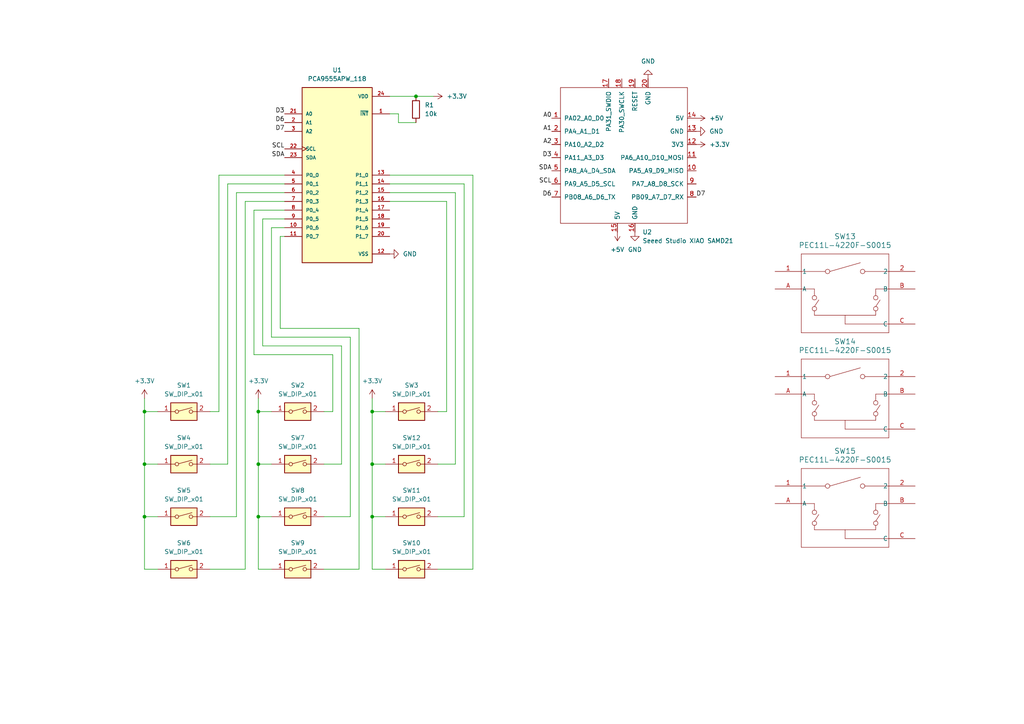
<source format=kicad_sch>
(kicad_sch (version 20230121) (generator eeschema)

  (uuid e2ea583b-be87-4a87-a606-9b00165f352c)

  (paper "A4")

  (lib_symbols
    (symbol "Device:R" (pin_numbers hide) (pin_names (offset 0)) (in_bom yes) (on_board yes)
      (property "Reference" "R" (at 2.032 0 90)
        (effects (font (size 1.27 1.27)))
      )
      (property "Value" "R" (at 0 0 90)
        (effects (font (size 1.27 1.27)))
      )
      (property "Footprint" "" (at -1.778 0 90)
        (effects (font (size 1.27 1.27)) hide)
      )
      (property "Datasheet" "~" (at 0 0 0)
        (effects (font (size 1.27 1.27)) hide)
      )
      (property "ki_keywords" "R res resistor" (at 0 0 0)
        (effects (font (size 1.27 1.27)) hide)
      )
      (property "ki_description" "Resistor" (at 0 0 0)
        (effects (font (size 1.27 1.27)) hide)
      )
      (property "ki_fp_filters" "R_*" (at 0 0 0)
        (effects (font (size 1.27 1.27)) hide)
      )
      (symbol "R_0_1"
        (rectangle (start -1.016 -2.54) (end 1.016 2.54)
          (stroke (width 0.254) (type default))
          (fill (type none))
        )
      )
      (symbol "R_1_1"
        (pin passive line (at 0 3.81 270) (length 1.27)
          (name "~" (effects (font (size 1.27 1.27))))
          (number "1" (effects (font (size 1.27 1.27))))
        )
        (pin passive line (at 0 -3.81 90) (length 1.27)
          (name "~" (effects (font (size 1.27 1.27))))
          (number "2" (effects (font (size 1.27 1.27))))
        )
      )
    )
    (symbol "PCA9555APW_118:PCA9555APW_118" (pin_names (offset 1.016)) (in_bom yes) (on_board yes)
      (property "Reference" "U" (at -10.1631 25.9159 0)
        (effects (font (size 1.27 1.27)) (justify left bottom))
      )
      (property "Value" "PCA9555APW_118" (at -10.1709 -27.9699 0)
        (effects (font (size 1.27 1.27)) (justify left bottom))
      )
      (property "Footprint" "PCA9555APW_118:SOP65P640X110-24N" (at 0 0 0)
        (effects (font (size 1.27 1.27)) (justify bottom) hide)
      )
      (property "Datasheet" "" (at 0 0 0)
        (effects (font (size 1.27 1.27)) hide)
      )
      (property "MF" "NXP USA" (at 0 0 0)
        (effects (font (size 1.27 1.27)) (justify bottom) hide)
      )
      (property "Description" "\nI/O Expander 16 I²C, SMBus 400 kHz 24-TSSOP\n" (at 0 0 0)
        (effects (font (size 1.27 1.27)) (justify bottom) hide)
      )
      (property "Package" "TSSOP-24 NXP Semiconductors" (at 0 0 0)
        (effects (font (size 1.27 1.27)) (justify bottom) hide)
      )
      (property "Price" "None" (at 0 0 0)
        (effects (font (size 1.27 1.27)) (justify bottom) hide)
      )
      (property "Check_prices" "https://www.snapeda.com/parts/PCA9555APW,118/NXP+USA+Inc./view-part/?ref=eda" (at 0 0 0)
        (effects (font (size 1.27 1.27)) (justify bottom) hide)
      )
      (property "STANDARD" "IPC 7351B" (at 0 0 0)
        (effects (font (size 1.27 1.27)) (justify bottom) hide)
      )
      (property "PARTREV" "1.1" (at 0 0 0)
        (effects (font (size 1.27 1.27)) (justify bottom) hide)
      )
      (property "SnapEDA_Link" "https://www.snapeda.com/parts/PCA9555APW,118/NXP+USA+Inc./view-part/?ref=snap" (at 0 0 0)
        (effects (font (size 1.27 1.27)) (justify bottom) hide)
      )
      (property "MP" "PCA9555APW,118" (at 0 0 0)
        (effects (font (size 1.27 1.27)) (justify bottom) hide)
      )
      (property "Purchase-URL" "https://www.snapeda.com/api/url_track_click_mouser/?unipart_id=482314&manufacturer=NXP USA&part_name=PCA9555APW,118&search_term=pca9555apw,118" (at 0 0 0)
        (effects (font (size 1.27 1.27)) (justify bottom) hide)
      )
      (property "Availability" "In Stock" (at 0 0 0)
        (effects (font (size 1.27 1.27)) (justify bottom) hide)
      )
      (property "MANUFACTURER" "NXP" (at 0 0 0)
        (effects (font (size 1.27 1.27)) (justify bottom) hide)
      )
      (symbol "PCA9555APW_118_0_0"
        (rectangle (start -10.16 -25.4) (end 10.16 25.4)
          (stroke (width 0.254) (type default))
          (fill (type background))
        )
        (pin output line (at 15.24 17.78 180) (length 5.08)
          (name "~{INT}" (effects (font (size 1.016 1.016))))
          (number "1" (effects (font (size 1.016 1.016))))
        )
        (pin bidirectional line (at -15.24 -15.24 0) (length 5.08)
          (name "P0_6" (effects (font (size 1.016 1.016))))
          (number "10" (effects (font (size 1.016 1.016))))
        )
        (pin bidirectional line (at -15.24 -17.78 0) (length 5.08)
          (name "P0_7" (effects (font (size 1.016 1.016))))
          (number "11" (effects (font (size 1.016 1.016))))
        )
        (pin power_in line (at 15.24 -22.86 180) (length 5.08)
          (name "VSS" (effects (font (size 1.016 1.016))))
          (number "12" (effects (font (size 1.016 1.016))))
        )
        (pin bidirectional line (at 15.24 0 180) (length 5.08)
          (name "P1_0" (effects (font (size 1.016 1.016))))
          (number "13" (effects (font (size 1.016 1.016))))
        )
        (pin bidirectional line (at 15.24 -2.54 180) (length 5.08)
          (name "P1_1" (effects (font (size 1.016 1.016))))
          (number "14" (effects (font (size 1.016 1.016))))
        )
        (pin bidirectional line (at 15.24 -5.08 180) (length 5.08)
          (name "P1_2" (effects (font (size 1.016 1.016))))
          (number "15" (effects (font (size 1.016 1.016))))
        )
        (pin bidirectional line (at 15.24 -7.62 180) (length 5.08)
          (name "P1_3" (effects (font (size 1.016 1.016))))
          (number "16" (effects (font (size 1.016 1.016))))
        )
        (pin bidirectional line (at 15.24 -10.16 180) (length 5.08)
          (name "P1_4" (effects (font (size 1.016 1.016))))
          (number "17" (effects (font (size 1.016 1.016))))
        )
        (pin bidirectional line (at 15.24 -12.7 180) (length 5.08)
          (name "P1_5" (effects (font (size 1.016 1.016))))
          (number "18" (effects (font (size 1.016 1.016))))
        )
        (pin bidirectional line (at 15.24 -15.24 180) (length 5.08)
          (name "P1_6" (effects (font (size 1.016 1.016))))
          (number "19" (effects (font (size 1.016 1.016))))
        )
        (pin input line (at -15.24 15.24 0) (length 5.08)
          (name "A1" (effects (font (size 1.016 1.016))))
          (number "2" (effects (font (size 1.016 1.016))))
        )
        (pin bidirectional line (at 15.24 -17.78 180) (length 5.08)
          (name "P1_7" (effects (font (size 1.016 1.016))))
          (number "20" (effects (font (size 1.016 1.016))))
        )
        (pin input line (at -15.24 17.78 0) (length 5.08)
          (name "A0" (effects (font (size 1.016 1.016))))
          (number "21" (effects (font (size 1.016 1.016))))
        )
        (pin input clock (at -15.24 7.62 0) (length 5.08)
          (name "SCL" (effects (font (size 1.016 1.016))))
          (number "22" (effects (font (size 1.016 1.016))))
        )
        (pin bidirectional line (at -15.24 5.08 0) (length 5.08)
          (name "SDA" (effects (font (size 1.016 1.016))))
          (number "23" (effects (font (size 1.016 1.016))))
        )
        (pin power_in line (at 15.24 22.86 180) (length 5.08)
          (name "VDD" (effects (font (size 1.016 1.016))))
          (number "24" (effects (font (size 1.016 1.016))))
        )
        (pin input line (at -15.24 12.7 0) (length 5.08)
          (name "A2" (effects (font (size 1.016 1.016))))
          (number "3" (effects (font (size 1.016 1.016))))
        )
        (pin bidirectional line (at -15.24 0 0) (length 5.08)
          (name "P0_0" (effects (font (size 1.016 1.016))))
          (number "4" (effects (font (size 1.016 1.016))))
        )
        (pin bidirectional line (at -15.24 -2.54 0) (length 5.08)
          (name "P0_1" (effects (font (size 1.016 1.016))))
          (number "5" (effects (font (size 1.016 1.016))))
        )
        (pin bidirectional line (at -15.24 -5.08 0) (length 5.08)
          (name "P0_2" (effects (font (size 1.016 1.016))))
          (number "6" (effects (font (size 1.016 1.016))))
        )
        (pin bidirectional line (at -15.24 -7.62 0) (length 5.08)
          (name "P0_3" (effects (font (size 1.016 1.016))))
          (number "7" (effects (font (size 1.016 1.016))))
        )
        (pin bidirectional line (at -15.24 -10.16 0) (length 5.08)
          (name "P0_4" (effects (font (size 1.016 1.016))))
          (number "8" (effects (font (size 1.016 1.016))))
        )
        (pin bidirectional line (at -15.24 -12.7 0) (length 5.08)
          (name "P0_5" (effects (font (size 1.016 1.016))))
          (number "9" (effects (font (size 1.016 1.016))))
        )
      )
    )
    (symbol "PEC11L_4220F_S0015:PEC11L-4220F-S0015" (pin_names (offset 0.254)) (in_bom yes) (on_board yes)
      (property "Reference" "SW" (at 20.32 10.16 0)
        (effects (font (size 1.524 1.524)))
      )
      (property "Value" "PEC11L-4220F-S0015" (at 20.32 7.62 0)
        (effects (font (size 1.524 1.524)))
      )
      (property "Footprint" "PEC11L-4xxxF-Sxxxx_BRN" (at 0 0 0)
        (effects (font (size 1.27 1.27) italic) hide)
      )
      (property "Datasheet" "PEC11L-4220F-S0015" (at 0 0 0)
        (effects (font (size 1.27 1.27) italic) hide)
      )
      (property "ki_locked" "" (at 0 0 0)
        (effects (font (size 1.27 1.27)))
      )
      (property "ki_keywords" "PEC11L-4220F-S0015" (at 0 0 0)
        (effects (font (size 1.27 1.27)) hide)
      )
      (property "ki_fp_filters" "PEC11L-4xxxF-Sxxxx_BRN" (at 0 0 0)
        (effects (font (size 1.27 1.27)) hide)
      )
      (symbol "PEC11L-4220F-S0015_0_1"
        (polyline
          (pts
            (xy 7.62 -17.78)
            (xy 33.02 -17.78)
          )
          (stroke (width 0.127) (type default))
          (fill (type none))
        )
        (polyline
          (pts
            (xy 7.62 -5.08)
            (xy 11.43 -5.08)
          )
          (stroke (width 0.127) (type default))
          (fill (type none))
        )
        (polyline
          (pts
            (xy 7.62 0)
            (xy 14.605 0)
          )
          (stroke (width 0.127) (type default))
          (fill (type none))
        )
        (polyline
          (pts
            (xy 7.62 5.08)
            (xy 7.62 -17.78)
          )
          (stroke (width 0.127) (type default))
          (fill (type none))
        )
        (polyline
          (pts
            (xy 11.43 -11.43)
            (xy 11.43 -12.7)
          )
          (stroke (width 0.127) (type default))
          (fill (type none))
        )
        (polyline
          (pts
            (xy 11.43 -10.16)
            (xy 12.7 -8.255)
          )
          (stroke (width 0.127) (type default))
          (fill (type none))
        )
        (polyline
          (pts
            (xy 11.43 -5.08)
            (xy 11.43 -6.985)
          )
          (stroke (width 0.127) (type default))
          (fill (type none))
        )
        (polyline
          (pts
            (xy 15.875 0)
            (xy 24.765 2.54)
          )
          (stroke (width 0.127) (type default))
          (fill (type none))
        )
        (polyline
          (pts
            (xy 20.32 -15.24)
            (xy 20.32 -12.7)
          )
          (stroke (width 0.127) (type default))
          (fill (type none))
        )
        (polyline
          (pts
            (xy 20.32 -12.7)
            (xy 11.43 -12.7)
          )
          (stroke (width 0.127) (type default))
          (fill (type none))
        )
        (polyline
          (pts
            (xy 20.32 -12.7)
            (xy 29.21 -12.7)
          )
          (stroke (width 0.127) (type default))
          (fill (type none))
        )
        (polyline
          (pts
            (xy 29.21 -11.43)
            (xy 29.21 -12.7)
          )
          (stroke (width 0.127) (type default))
          (fill (type none))
        )
        (polyline
          (pts
            (xy 29.21 -10.16)
            (xy 30.48 -8.255)
          )
          (stroke (width 0.127) (type default))
          (fill (type none))
        )
        (polyline
          (pts
            (xy 29.21 -5.08)
            (xy 29.21 -6.985)
          )
          (stroke (width 0.127) (type default))
          (fill (type none))
        )
        (polyline
          (pts
            (xy 33.02 -17.78)
            (xy 33.02 5.08)
          )
          (stroke (width 0.127) (type default))
          (fill (type none))
        )
        (polyline
          (pts
            (xy 33.02 -15.24)
            (xy 20.32 -15.24)
          )
          (stroke (width 0.127) (type default))
          (fill (type none))
        )
        (polyline
          (pts
            (xy 33.02 -5.08)
            (xy 29.21 -5.08)
          )
          (stroke (width 0.127) (type default))
          (fill (type none))
        )
        (polyline
          (pts
            (xy 33.02 0)
            (xy 26.035 0)
          )
          (stroke (width 0.127) (type default))
          (fill (type none))
        )
        (polyline
          (pts
            (xy 33.02 5.08)
            (xy 7.62 5.08)
          )
          (stroke (width 0.127) (type default))
          (fill (type none))
        )
        (circle (center 11.43 -10.795) (radius 0.635)
          (stroke (width 0.127) (type default))
          (fill (type none))
        )
        (circle (center 11.43 -7.62) (radius 0.635)
          (stroke (width 0.127) (type default))
          (fill (type none))
        )
        (circle (center 15.24 0) (radius 0.635)
          (stroke (width 0.127) (type default))
          (fill (type none))
        )
        (circle (center 25.4 0) (radius 0.635)
          (stroke (width 0.127) (type default))
          (fill (type none))
        )
        (circle (center 29.21 -10.795) (radius 0.635)
          (stroke (width 0.127) (type default))
          (fill (type none))
        )
        (circle (center 29.21 -7.62) (radius 0.635)
          (stroke (width 0.127) (type default))
          (fill (type none))
        )
        (pin unspecified line (at 0 0 0) (length 7.62)
          (name "1" (effects (font (size 1.27 1.27))))
          (number "1" (effects (font (size 1.27 1.27))))
        )
        (pin unspecified line (at 40.64 0 180) (length 7.62)
          (name "2" (effects (font (size 1.27 1.27))))
          (number "2" (effects (font (size 1.27 1.27))))
        )
        (pin unspecified line (at 0 -5.08 0) (length 7.62)
          (name "A" (effects (font (size 1.27 1.27))))
          (number "A" (effects (font (size 1.27 1.27))))
        )
        (pin unspecified line (at 40.64 -5.08 180) (length 7.62)
          (name "B" (effects (font (size 1.27 1.27))))
          (number "B" (effects (font (size 1.27 1.27))))
        )
        (pin unspecified line (at 40.64 -15.24 180) (length 7.62)
          (name "C" (effects (font (size 1.27 1.27))))
          (number "C" (effects (font (size 1.27 1.27))))
        )
      )
    )
    (symbol "Seeed_Studio_XIAO_Series:Seeed Studio XIAO SAMD21" (pin_names (offset 1.016)) (in_bom yes) (on_board yes)
      (property "Reference" "U" (at -19.05 22.86 0)
        (effects (font (size 1.27 1.27)))
      )
      (property "Value" "Seeed Studio XIAO SAMD21" (at -12.7 21.59 0)
        (effects (font (size 1.27 1.27)))
      )
      (property "Footprint" "" (at -8.89 5.08 0)
        (effects (font (size 1.27 1.27)) hide)
      )
      (property "Datasheet" "" (at -8.89 5.08 0)
        (effects (font (size 1.27 1.27)) hide)
      )
      (symbol "Seeed Studio XIAO SAMD21_0_1"
        (rectangle (start -19.05 20.32) (end 17.78 -19.05)
          (stroke (width 0) (type default))
          (fill (type none))
        )
      )
      (symbol "Seeed Studio XIAO SAMD21_1_1"
        (pin unspecified line (at -21.59 11.43 0) (length 2.54)
          (name "PA02_A0_D0" (effects (font (size 1.27 1.27))))
          (number "1" (effects (font (size 1.27 1.27))))
        )
        (pin unspecified line (at 20.32 -3.81 180) (length 2.54)
          (name "PA5_A9_D9_MISO" (effects (font (size 1.27 1.27))))
          (number "10" (effects (font (size 1.27 1.27))))
        )
        (pin unspecified line (at 20.32 0 180) (length 2.54)
          (name "PA6_A10_D10_MOSI" (effects (font (size 1.27 1.27))))
          (number "11" (effects (font (size 1.27 1.27))))
        )
        (pin unspecified line (at 20.32 3.81 180) (length 2.54)
          (name "3V3" (effects (font (size 1.27 1.27))))
          (number "12" (effects (font (size 1.27 1.27))))
        )
        (pin unspecified line (at 20.32 7.62 180) (length 2.54)
          (name "GND" (effects (font (size 1.27 1.27))))
          (number "13" (effects (font (size 1.27 1.27))))
        )
        (pin unspecified line (at 20.32 11.43 180) (length 2.54)
          (name "5V" (effects (font (size 1.27 1.27))))
          (number "14" (effects (font (size 1.27 1.27))))
        )
        (pin input line (at -2.54 -21.59 90) (length 2.54)
          (name "5V" (effects (font (size 1.27 1.27))))
          (number "15" (effects (font (size 1.27 1.27))))
        )
        (pin input line (at 2.54 -21.59 90) (length 2.54)
          (name "GND" (effects (font (size 1.27 1.27))))
          (number "16" (effects (font (size 1.27 1.27))))
        )
        (pin input line (at -5.08 22.86 270) (length 2.54)
          (name "PA31_SWDIO" (effects (font (size 1.27 1.27))))
          (number "17" (effects (font (size 1.27 1.27))))
        )
        (pin input line (at -1.27 22.86 270) (length 2.54)
          (name "PA30_SWCLK" (effects (font (size 1.27 1.27))))
          (number "18" (effects (font (size 1.27 1.27))))
        )
        (pin input line (at 2.54 22.86 270) (length 2.54)
          (name "RESET" (effects (font (size 1.27 1.27))))
          (number "19" (effects (font (size 1.27 1.27))))
        )
        (pin unspecified line (at -21.59 7.62 0) (length 2.54)
          (name "PA4_A1_D1" (effects (font (size 1.27 1.27))))
          (number "2" (effects (font (size 1.27 1.27))))
        )
        (pin input line (at 6.35 22.86 270) (length 2.54)
          (name "GND" (effects (font (size 1.27 1.27))))
          (number "20" (effects (font (size 1.27 1.27))))
        )
        (pin unspecified line (at -21.59 3.81 0) (length 2.54)
          (name "PA10_A2_D2" (effects (font (size 1.27 1.27))))
          (number "3" (effects (font (size 1.27 1.27))))
        )
        (pin unspecified line (at -21.59 0 0) (length 2.54)
          (name "PA11_A3_D3" (effects (font (size 1.27 1.27))))
          (number "4" (effects (font (size 1.27 1.27))))
        )
        (pin unspecified line (at -21.59 -3.81 0) (length 2.54)
          (name "PA8_A4_D4_SDA" (effects (font (size 1.27 1.27))))
          (number "5" (effects (font (size 1.27 1.27))))
        )
        (pin unspecified line (at -21.59 -7.62 0) (length 2.54)
          (name "PA9_A5_D5_SCL" (effects (font (size 1.27 1.27))))
          (number "6" (effects (font (size 1.27 1.27))))
        )
        (pin unspecified line (at -21.59 -11.43 0) (length 2.54)
          (name "PB08_A6_D6_TX" (effects (font (size 1.27 1.27))))
          (number "7" (effects (font (size 1.27 1.27))))
        )
        (pin unspecified line (at 20.32 -11.43 180) (length 2.54)
          (name "PB09_A7_D7_RX" (effects (font (size 1.27 1.27))))
          (number "8" (effects (font (size 1.27 1.27))))
        )
        (pin unspecified line (at 20.32 -7.62 180) (length 2.54)
          (name "PA7_A8_D8_SCK" (effects (font (size 1.27 1.27))))
          (number "9" (effects (font (size 1.27 1.27))))
        )
      )
    )
    (symbol "Switch:SW_DIP_x01" (pin_names (offset 0) hide) (in_bom yes) (on_board yes)
      (property "Reference" "SW" (at 0 3.81 0)
        (effects (font (size 1.27 1.27)))
      )
      (property "Value" "SW_DIP_x01" (at 0 -3.81 0)
        (effects (font (size 1.27 1.27)))
      )
      (property "Footprint" "" (at 0 0 0)
        (effects (font (size 1.27 1.27)) hide)
      )
      (property "Datasheet" "~" (at 0 0 0)
        (effects (font (size 1.27 1.27)) hide)
      )
      (property "ki_keywords" "dip switch" (at 0 0 0)
        (effects (font (size 1.27 1.27)) hide)
      )
      (property "ki_description" "1x DIP Switch, Single Pole Single Throw (SPST) switch, small symbol" (at 0 0 0)
        (effects (font (size 1.27 1.27)) hide)
      )
      (property "ki_fp_filters" "SW?DIP?x1*" (at 0 0 0)
        (effects (font (size 1.27 1.27)) hide)
      )
      (symbol "SW_DIP_x01_0_0"
        (circle (center -2.032 0) (radius 0.508)
          (stroke (width 0) (type default))
          (fill (type none))
        )
        (polyline
          (pts
            (xy -1.524 0.127)
            (xy 2.3622 1.1684)
          )
          (stroke (width 0) (type default))
          (fill (type none))
        )
        (circle (center 2.032 0) (radius 0.508)
          (stroke (width 0) (type default))
          (fill (type none))
        )
      )
      (symbol "SW_DIP_x01_0_1"
        (rectangle (start -3.81 2.54) (end 3.81 -2.54)
          (stroke (width 0.254) (type default))
          (fill (type background))
        )
      )
      (symbol "SW_DIP_x01_1_1"
        (pin passive line (at -7.62 0 0) (length 5.08)
          (name "~" (effects (font (size 1.27 1.27))))
          (number "1" (effects (font (size 1.27 1.27))))
        )
        (pin passive line (at 7.62 0 180) (length 5.08)
          (name "~" (effects (font (size 1.27 1.27))))
          (number "2" (effects (font (size 1.27 1.27))))
        )
      )
    )
    (symbol "power:+3.3V" (power) (pin_names (offset 0)) (in_bom yes) (on_board yes)
      (property "Reference" "#PWR" (at 0 -3.81 0)
        (effects (font (size 1.27 1.27)) hide)
      )
      (property "Value" "+3.3V" (at 0 3.556 0)
        (effects (font (size 1.27 1.27)))
      )
      (property "Footprint" "" (at 0 0 0)
        (effects (font (size 1.27 1.27)) hide)
      )
      (property "Datasheet" "" (at 0 0 0)
        (effects (font (size 1.27 1.27)) hide)
      )
      (property "ki_keywords" "global power" (at 0 0 0)
        (effects (font (size 1.27 1.27)) hide)
      )
      (property "ki_description" "Power symbol creates a global label with name \"+3.3V\"" (at 0 0 0)
        (effects (font (size 1.27 1.27)) hide)
      )
      (symbol "+3.3V_0_1"
        (polyline
          (pts
            (xy -0.762 1.27)
            (xy 0 2.54)
          )
          (stroke (width 0) (type default))
          (fill (type none))
        )
        (polyline
          (pts
            (xy 0 0)
            (xy 0 2.54)
          )
          (stroke (width 0) (type default))
          (fill (type none))
        )
        (polyline
          (pts
            (xy 0 2.54)
            (xy 0.762 1.27)
          )
          (stroke (width 0) (type default))
          (fill (type none))
        )
      )
      (symbol "+3.3V_1_1"
        (pin power_in line (at 0 0 90) (length 0) hide
          (name "+3.3V" (effects (font (size 1.27 1.27))))
          (number "1" (effects (font (size 1.27 1.27))))
        )
      )
    )
    (symbol "power:+5V" (power) (pin_names (offset 0)) (in_bom yes) (on_board yes)
      (property "Reference" "#PWR" (at 0 -3.81 0)
        (effects (font (size 1.27 1.27)) hide)
      )
      (property "Value" "+5V" (at 0 3.556 0)
        (effects (font (size 1.27 1.27)))
      )
      (property "Footprint" "" (at 0 0 0)
        (effects (font (size 1.27 1.27)) hide)
      )
      (property "Datasheet" "" (at 0 0 0)
        (effects (font (size 1.27 1.27)) hide)
      )
      (property "ki_keywords" "global power" (at 0 0 0)
        (effects (font (size 1.27 1.27)) hide)
      )
      (property "ki_description" "Power symbol creates a global label with name \"+5V\"" (at 0 0 0)
        (effects (font (size 1.27 1.27)) hide)
      )
      (symbol "+5V_0_1"
        (polyline
          (pts
            (xy -0.762 1.27)
            (xy 0 2.54)
          )
          (stroke (width 0) (type default))
          (fill (type none))
        )
        (polyline
          (pts
            (xy 0 0)
            (xy 0 2.54)
          )
          (stroke (width 0) (type default))
          (fill (type none))
        )
        (polyline
          (pts
            (xy 0 2.54)
            (xy 0.762 1.27)
          )
          (stroke (width 0) (type default))
          (fill (type none))
        )
      )
      (symbol "+5V_1_1"
        (pin power_in line (at 0 0 90) (length 0) hide
          (name "+5V" (effects (font (size 1.27 1.27))))
          (number "1" (effects (font (size 1.27 1.27))))
        )
      )
    )
    (symbol "power:GND" (power) (pin_names (offset 0)) (in_bom yes) (on_board yes)
      (property "Reference" "#PWR" (at 0 -6.35 0)
        (effects (font (size 1.27 1.27)) hide)
      )
      (property "Value" "GND" (at 0 -3.81 0)
        (effects (font (size 1.27 1.27)))
      )
      (property "Footprint" "" (at 0 0 0)
        (effects (font (size 1.27 1.27)) hide)
      )
      (property "Datasheet" "" (at 0 0 0)
        (effects (font (size 1.27 1.27)) hide)
      )
      (property "ki_keywords" "global power" (at 0 0 0)
        (effects (font (size 1.27 1.27)) hide)
      )
      (property "ki_description" "Power symbol creates a global label with name \"GND\" , ground" (at 0 0 0)
        (effects (font (size 1.27 1.27)) hide)
      )
      (symbol "GND_0_1"
        (polyline
          (pts
            (xy 0 0)
            (xy 0 -1.27)
            (xy 1.27 -1.27)
            (xy 0 -2.54)
            (xy -1.27 -1.27)
            (xy 0 -1.27)
          )
          (stroke (width 0) (type default))
          (fill (type none))
        )
      )
      (symbol "GND_1_1"
        (pin power_in line (at 0 0 270) (length 0) hide
          (name "GND" (effects (font (size 1.27 1.27))))
          (number "1" (effects (font (size 1.27 1.27))))
        )
      )
    )
  )

  (junction (at 41.91 119.38) (diameter 0) (color 0 0 0 0)
    (uuid 21f910ae-c86c-4a69-a0e0-4b63858a3582)
  )
  (junction (at 41.91 149.86) (diameter 0) (color 0 0 0 0)
    (uuid 24aed133-2f8f-4fc8-8a7d-eeaede42c23d)
  )
  (junction (at 107.95 149.86) (diameter 0) (color 0 0 0 0)
    (uuid 3a3756d9-5bef-4420-a5ca-f8359c8d5c18)
  )
  (junction (at 74.93 119.38) (diameter 0) (color 0 0 0 0)
    (uuid 63b876dc-f55d-45ec-916c-48c87d8acce8)
  )
  (junction (at 107.95 119.38) (diameter 0) (color 0 0 0 0)
    (uuid 66adc01e-f112-4cc8-b385-e235b7fef304)
  )
  (junction (at 74.93 134.62) (diameter 0) (color 0 0 0 0)
    (uuid 866caf23-1d21-4e1e-95dd-c1bbbea5fe68)
  )
  (junction (at 107.95 134.62) (diameter 0) (color 0 0 0 0)
    (uuid 86e8b686-8dac-402f-9f08-67005069e5f0)
  )
  (junction (at 120.65 27.94) (diameter 0) (color 0 0 0 0)
    (uuid d0af2464-650b-46d0-909c-7f458b27a821)
  )
  (junction (at 41.91 134.62) (diameter 0) (color 0 0 0 0)
    (uuid dee201f0-1a7d-47df-be3f-fba5292ec172)
  )
  (junction (at 74.93 149.86) (diameter 0) (color 0 0 0 0)
    (uuid ea97028c-b725-4fcd-b345-a382b422face)
  )

  (wire (pts (xy 137.16 165.1) (xy 127 165.1))
    (stroke (width 0) (type default))
    (uuid 05d05b11-7468-428e-bd1b-aed4dd60541d)
  )
  (wire (pts (xy 68.58 55.88) (xy 82.55 55.88))
    (stroke (width 0) (type default))
    (uuid 06fae4bc-c0eb-4815-8c72-8039cd20dd31)
  )
  (wire (pts (xy 107.95 134.62) (xy 107.95 149.86))
    (stroke (width 0) (type default))
    (uuid 0a88fe31-946d-4a04-bb41-b3c914e02579)
  )
  (wire (pts (xy 137.16 50.8) (xy 137.16 165.1))
    (stroke (width 0) (type default))
    (uuid 1002a040-3084-4137-87be-02bb10c73fea)
  )
  (wire (pts (xy 74.93 149.86) (xy 74.93 165.1))
    (stroke (width 0) (type default))
    (uuid 11fdfe91-11d4-4c8f-a7ab-a1844873c1a6)
  )
  (wire (pts (xy 41.91 149.86) (xy 41.91 165.1))
    (stroke (width 0) (type default))
    (uuid 16ffa473-bfbd-4719-af4d-0b3af2deea2f)
  )
  (wire (pts (xy 73.66 102.87) (xy 73.66 60.96))
    (stroke (width 0) (type default))
    (uuid 18d0c594-df10-4856-9768-494b548190c8)
  )
  (wire (pts (xy 93.98 149.86) (xy 101.6 149.86))
    (stroke (width 0) (type default))
    (uuid 1a584da9-e4ed-418a-87d3-104e9a21460f)
  )
  (wire (pts (xy 82.55 68.58) (xy 81.28 68.58))
    (stroke (width 0) (type default))
    (uuid 2351c2c6-6a44-402d-9cd9-cc988f53bd37)
  )
  (wire (pts (xy 71.12 58.42) (xy 82.55 58.42))
    (stroke (width 0) (type default))
    (uuid 23976f99-ea3e-40ad-9fd6-1642308548fb)
  )
  (wire (pts (xy 129.54 58.42) (xy 113.03 58.42))
    (stroke (width 0) (type default))
    (uuid 2631e62a-e8ff-4a9f-a722-b66d02184ccd)
  )
  (wire (pts (xy 74.93 134.62) (xy 78.74 134.62))
    (stroke (width 0) (type default))
    (uuid 2724ea56-c21a-4c39-9db6-a2e5debcb50d)
  )
  (wire (pts (xy 41.91 149.86) (xy 45.72 149.86))
    (stroke (width 0) (type default))
    (uuid 2e295aea-5b31-4341-aca3-69de2a3a5114)
  )
  (wire (pts (xy 99.06 100.33) (xy 99.06 134.62))
    (stroke (width 0) (type default))
    (uuid 30f13b08-775d-4d85-a13d-c0c1219132a7)
  )
  (wire (pts (xy 101.6 97.79) (xy 78.74 97.79))
    (stroke (width 0) (type default))
    (uuid 32ac3a54-5f8e-49f1-8eb0-392f5043c4b3)
  )
  (wire (pts (xy 60.96 165.1) (xy 71.12 165.1))
    (stroke (width 0) (type default))
    (uuid 355ae5a3-8bbf-4e02-bc40-fd0c3883e202)
  )
  (wire (pts (xy 99.06 134.62) (xy 93.98 134.62))
    (stroke (width 0) (type default))
    (uuid 3722e494-52e7-4507-afad-58437364589f)
  )
  (wire (pts (xy 134.62 53.34) (xy 113.03 53.34))
    (stroke (width 0) (type default))
    (uuid 39514831-94a7-4ecc-8777-302da22f81ac)
  )
  (wire (pts (xy 41.91 119.38) (xy 45.72 119.38))
    (stroke (width 0) (type default))
    (uuid 41e0fd6c-8dcd-4553-8636-8c404558f493)
  )
  (wire (pts (xy 74.93 119.38) (xy 78.74 119.38))
    (stroke (width 0) (type default))
    (uuid 4808387b-bac3-4c6a-a9bd-3ce4163d6dac)
  )
  (wire (pts (xy 107.95 115.57) (xy 107.95 119.38))
    (stroke (width 0) (type default))
    (uuid 4be1f47d-a1fd-4be6-9959-513833911633)
  )
  (wire (pts (xy 68.58 149.86) (xy 68.58 55.88))
    (stroke (width 0) (type default))
    (uuid 4bf57aa4-b4e7-42f4-be1a-91b510b6ca9a)
  )
  (wire (pts (xy 41.91 119.38) (xy 41.91 134.62))
    (stroke (width 0) (type default))
    (uuid 4f7718b5-2a69-4dd8-93d9-3a74f08cc9c3)
  )
  (wire (pts (xy 104.14 95.25) (xy 104.14 165.1))
    (stroke (width 0) (type default))
    (uuid 5040b484-8694-4f8e-81ec-0458ad193d47)
  )
  (wire (pts (xy 113.03 27.94) (xy 120.65 27.94))
    (stroke (width 0) (type default))
    (uuid 545bebac-47fc-4214-8bfb-412107200459)
  )
  (wire (pts (xy 63.5 50.8) (xy 82.55 50.8))
    (stroke (width 0) (type default))
    (uuid 59bed003-a8b3-4f13-930b-c57966d3d43b)
  )
  (wire (pts (xy 127 149.86) (xy 134.62 149.86))
    (stroke (width 0) (type default))
    (uuid 607bf07f-4dbf-4b21-b73e-7c8fe3c0f5e7)
  )
  (wire (pts (xy 60.96 134.62) (xy 66.04 134.62))
    (stroke (width 0) (type default))
    (uuid 67ccd1a2-3f66-4c07-90a4-8a5d10c5cc54)
  )
  (wire (pts (xy 41.91 134.62) (xy 41.91 149.86))
    (stroke (width 0) (type default))
    (uuid 68108654-bf02-4c44-9867-165c204aa5ef)
  )
  (wire (pts (xy 107.95 119.38) (xy 111.76 119.38))
    (stroke (width 0) (type default))
    (uuid 68b2b14f-a0d0-4d64-9606-2957c5ee18d7)
  )
  (wire (pts (xy 60.96 119.38) (xy 63.5 119.38))
    (stroke (width 0) (type default))
    (uuid 68be4412-048e-43e3-98f0-fd32a709ad37)
  )
  (wire (pts (xy 120.65 27.94) (xy 125.73 27.94))
    (stroke (width 0) (type default))
    (uuid 6f5f34e4-abf6-4a39-ab7a-2881a3c4a1d2)
  )
  (wire (pts (xy 78.74 97.79) (xy 78.74 66.04))
    (stroke (width 0) (type default))
    (uuid 7033388c-18a0-4745-8ef6-8d3af3be5541)
  )
  (wire (pts (xy 78.74 66.04) (xy 82.55 66.04))
    (stroke (width 0) (type default))
    (uuid 70c8049a-f19d-452d-ac8c-2598d32e5aa7)
  )
  (wire (pts (xy 107.95 119.38) (xy 107.95 134.62))
    (stroke (width 0) (type default))
    (uuid 7c1c0009-9b4b-4316-b0c9-b5928b2bf14a)
  )
  (wire (pts (xy 81.28 95.25) (xy 104.14 95.25))
    (stroke (width 0) (type default))
    (uuid 81e28691-aebe-4150-b058-06ba5d28103f)
  )
  (wire (pts (xy 113.03 50.8) (xy 137.16 50.8))
    (stroke (width 0) (type default))
    (uuid 836fa66c-4962-4a31-9f16-518e234a2529)
  )
  (wire (pts (xy 107.95 165.1) (xy 111.76 165.1))
    (stroke (width 0) (type default))
    (uuid 83f9c543-bf38-428d-92d8-95708f677554)
  )
  (wire (pts (xy 132.08 55.88) (xy 132.08 134.62))
    (stroke (width 0) (type default))
    (uuid 88c80902-673a-4508-9ca3-c6633d1233bf)
  )
  (wire (pts (xy 76.2 100.33) (xy 99.06 100.33))
    (stroke (width 0) (type default))
    (uuid 8b793c7f-e5d2-4f56-b6ef-932905ffb269)
  )
  (wire (pts (xy 96.52 119.38) (xy 96.52 102.87))
    (stroke (width 0) (type default))
    (uuid 8de2711e-2092-42ad-b3d8-66f1f9cf5a6e)
  )
  (wire (pts (xy 74.93 165.1) (xy 78.74 165.1))
    (stroke (width 0) (type default))
    (uuid 92d74b5f-6996-49cb-853d-e6f8c211794b)
  )
  (wire (pts (xy 96.52 102.87) (xy 73.66 102.87))
    (stroke (width 0) (type default))
    (uuid 946caa98-6340-440e-ac70-1cb5bdfe4a6d)
  )
  (wire (pts (xy 63.5 119.38) (xy 63.5 50.8))
    (stroke (width 0) (type default))
    (uuid 95459dbc-9e27-4e34-988f-97de6db461c1)
  )
  (wire (pts (xy 60.96 149.86) (xy 68.58 149.86))
    (stroke (width 0) (type default))
    (uuid 97bad83b-cece-41bc-920a-e900dae8e12c)
  )
  (wire (pts (xy 81.28 68.58) (xy 81.28 95.25))
    (stroke (width 0) (type default))
    (uuid 9e035fce-6d9f-40d9-a234-56de2855931d)
  )
  (wire (pts (xy 66.04 53.34) (xy 82.55 53.34))
    (stroke (width 0) (type default))
    (uuid a308ae3b-b726-48e3-aa2f-dc9e02628844)
  )
  (wire (pts (xy 41.91 134.62) (xy 45.72 134.62))
    (stroke (width 0) (type default))
    (uuid a62438fa-fb89-4cda-a8a0-755e3da93108)
  )
  (wire (pts (xy 74.93 119.38) (xy 74.93 134.62))
    (stroke (width 0) (type default))
    (uuid a64b99cd-9bec-4cbc-8ff4-a7840ecdf09e)
  )
  (wire (pts (xy 74.93 134.62) (xy 74.93 149.86))
    (stroke (width 0) (type default))
    (uuid a6d155ff-20b9-4009-9ef4-59d15589e972)
  )
  (wire (pts (xy 132.08 134.62) (xy 127 134.62))
    (stroke (width 0) (type default))
    (uuid aaec0608-bff6-4e72-8f05-cddca30cb3e6)
  )
  (wire (pts (xy 113.03 55.88) (xy 132.08 55.88))
    (stroke (width 0) (type default))
    (uuid b81bbd0d-ccc2-42c7-bf61-6c52f29c568e)
  )
  (wire (pts (xy 74.93 149.86) (xy 78.74 149.86))
    (stroke (width 0) (type default))
    (uuid b969a7cd-faee-46b5-9b23-9982dc9d1b60)
  )
  (wire (pts (xy 134.62 149.86) (xy 134.62 53.34))
    (stroke (width 0) (type default))
    (uuid b97021cb-a45a-4b7b-81e3-d6548348a014)
  )
  (wire (pts (xy 107.95 134.62) (xy 111.76 134.62))
    (stroke (width 0) (type default))
    (uuid c22f055c-c064-467a-95e4-84b123fdfb8f)
  )
  (wire (pts (xy 41.91 165.1) (xy 45.72 165.1))
    (stroke (width 0) (type default))
    (uuid ce0d47ad-fa7d-4b96-82e4-3168fbdd25dd)
  )
  (wire (pts (xy 41.91 115.57) (xy 41.91 119.38))
    (stroke (width 0) (type default))
    (uuid ced51756-463b-46c9-b708-6930679f403d)
  )
  (wire (pts (xy 93.98 119.38) (xy 96.52 119.38))
    (stroke (width 0) (type default))
    (uuid cf671c2c-f84e-4333-9928-d0affa235d4a)
  )
  (wire (pts (xy 74.93 115.57) (xy 74.93 119.38))
    (stroke (width 0) (type default))
    (uuid d165082d-beab-4ac7-a9aa-cdfecb9719c5)
  )
  (wire (pts (xy 115.57 35.56) (xy 115.57 33.02))
    (stroke (width 0) (type default))
    (uuid d29ccb23-846d-484c-b679-45753a12da7c)
  )
  (wire (pts (xy 73.66 60.96) (xy 82.55 60.96))
    (stroke (width 0) (type default))
    (uuid d3359bc2-ee57-4f9f-9aeb-50d6950ffbf0)
  )
  (wire (pts (xy 107.95 149.86) (xy 111.76 149.86))
    (stroke (width 0) (type default))
    (uuid d6c1784f-b95f-4574-8231-27ae0053f889)
  )
  (wire (pts (xy 107.95 149.86) (xy 107.95 165.1))
    (stroke (width 0) (type default))
    (uuid d7effbfa-54e5-463c-86a3-9ab3b13c0aee)
  )
  (wire (pts (xy 127 119.38) (xy 129.54 119.38))
    (stroke (width 0) (type default))
    (uuid dd27eccc-8d04-4d71-9156-63a088fe0856)
  )
  (wire (pts (xy 129.54 119.38) (xy 129.54 58.42))
    (stroke (width 0) (type default))
    (uuid e2df1b67-f029-4ecd-b965-946a86fccbb8)
  )
  (wire (pts (xy 101.6 149.86) (xy 101.6 97.79))
    (stroke (width 0) (type default))
    (uuid e45dd37d-25d9-4c52-a6e2-ea7d077bc068)
  )
  (wire (pts (xy 66.04 134.62) (xy 66.04 53.34))
    (stroke (width 0) (type default))
    (uuid e72d545d-317e-49d0-aa50-09c8ccc3f1ac)
  )
  (wire (pts (xy 82.55 63.5) (xy 76.2 63.5))
    (stroke (width 0) (type default))
    (uuid eb5b8981-6c9e-4193-8bdd-00a15f527db5)
  )
  (wire (pts (xy 115.57 33.02) (xy 113.03 33.02))
    (stroke (width 0) (type default))
    (uuid ee23fe2b-a812-417d-8acd-d5fe7f69b98e)
  )
  (wire (pts (xy 76.2 63.5) (xy 76.2 100.33))
    (stroke (width 0) (type default))
    (uuid f00439a3-3b18-4a26-a1f4-6b5a34c67ecf)
  )
  (wire (pts (xy 71.12 165.1) (xy 71.12 58.42))
    (stroke (width 0) (type default))
    (uuid f4b65b84-fff4-434f-b328-d76c1a1ae319)
  )
  (wire (pts (xy 104.14 165.1) (xy 93.98 165.1))
    (stroke (width 0) (type default))
    (uuid fd8924a9-a12f-4241-b833-5db10e0be22a)
  )
  (wire (pts (xy 115.57 35.56) (xy 120.65 35.56))
    (stroke (width 0) (type default))
    (uuid fe081b91-bb33-4dd1-991b-df3153815841)
  )

  (label "D6" (at 82.55 35.56 180) (fields_autoplaced)
    (effects (font (size 1.27 1.27)) (justify right bottom))
    (uuid 11e7e713-bace-46c6-882d-7cb33e33757f)
  )
  (label "D3" (at 160.02 45.72 180) (fields_autoplaced)
    (effects (font (size 1.27 1.27)) (justify right bottom))
    (uuid 1390640b-2668-4599-b3a7-81e4bc299bfa)
  )
  (label "A0" (at 160.02 34.29 180) (fields_autoplaced)
    (effects (font (size 1.27 1.27)) (justify right bottom))
    (uuid 195b6f16-060a-4320-91f6-e62aa7df8e53)
  )
  (label "SCL" (at 82.55 43.18 180) (fields_autoplaced)
    (effects (font (size 1.27 1.27)) (justify right bottom))
    (uuid 2bd0a9be-8042-446a-9d5a-91c0d0c3f63d)
  )
  (label "D3" (at 82.55 33.02 180) (fields_autoplaced)
    (effects (font (size 1.27 1.27)) (justify right bottom))
    (uuid 3aa262cf-624b-4f2c-99ef-bce4b928e728)
  )
  (label "D7" (at 82.55 38.1 180) (fields_autoplaced)
    (effects (font (size 1.27 1.27)) (justify right bottom))
    (uuid 7f9ef8ad-0e65-4c56-88e9-dd6b66716d28)
  )
  (label "D6" (at 160.02 57.15 180) (fields_autoplaced)
    (effects (font (size 1.27 1.27)) (justify right bottom))
    (uuid 8508ce6b-5a4d-4c31-bc38-64a1aabe700d)
  )
  (label "SCL" (at 160.02 53.34 180) (fields_autoplaced)
    (effects (font (size 1.27 1.27)) (justify right bottom))
    (uuid b5ff8f52-9b5e-40a6-9aba-371e436dfdd6)
  )
  (label "A2" (at 160.02 41.91 180) (fields_autoplaced)
    (effects (font (size 1.27 1.27)) (justify right bottom))
    (uuid bfa430ec-36ac-4782-b613-e4dc977a9d45)
  )
  (label "A1" (at 160.02 38.1 180) (fields_autoplaced)
    (effects (font (size 1.27 1.27)) (justify right bottom))
    (uuid c532e81e-8392-40ea-a2b4-e9ccb831b68a)
  )
  (label "D7" (at 201.93 57.15 0) (fields_autoplaced)
    (effects (font (size 1.27 1.27)) (justify left bottom))
    (uuid cf7af44d-b4d0-4004-b0d0-6fd8f0f67ca2)
  )
  (label "SDA" (at 160.02 49.53 180) (fields_autoplaced)
    (effects (font (size 1.27 1.27)) (justify right bottom))
    (uuid e4cc2d64-5e2b-4ddc-a149-26f4b70b4293)
  )
  (label "SDA" (at 82.55 45.72 180) (fields_autoplaced)
    (effects (font (size 1.27 1.27)) (justify right bottom))
    (uuid edb33559-473d-41ff-877d-b4803a6260c3)
  )

  (symbol (lib_id "Switch:SW_DIP_x01") (at 119.38 165.1 0) (unit 1)
    (in_bom yes) (on_board yes) (dnp no) (fields_autoplaced)
    (uuid 003c188a-093c-4f6f-99df-31d4009bbc17)
    (property "Reference" "SW10" (at 119.38 157.48 0)
      (effects (font (size 1.27 1.27)))
    )
    (property "Value" "SW_DIP_x01" (at 119.38 160.02 0)
      (effects (font (size 1.27 1.27)))
    )
    (property "Footprint" "" (at 119.38 165.1 0)
      (effects (font (size 1.27 1.27)) hide)
    )
    (property "Datasheet" "~" (at 119.38 165.1 0)
      (effects (font (size 1.27 1.27)) hide)
    )
    (pin "1" (uuid c418c632-1ee6-4390-ac84-631caa581572))
    (pin "2" (uuid 8ebe61d4-e450-4e59-ac02-00183ccd2f53))
    (instances
      (project "MacroPad-V1"
        (path "/e2ea583b-be87-4a87-a606-9b00165f352c"
          (reference "SW10") (unit 1)
        )
      )
    )
  )

  (symbol (lib_id "power:+3.3V") (at 107.95 115.57 0) (unit 1)
    (in_bom yes) (on_board yes) (dnp no) (fields_autoplaced)
    (uuid 00453386-5412-4901-a51b-b58daf34e751)
    (property "Reference" "#PWR011" (at 107.95 119.38 0)
      (effects (font (size 1.27 1.27)) hide)
    )
    (property "Value" "+3.3V" (at 107.95 110.49 0)
      (effects (font (size 1.27 1.27)))
    )
    (property "Footprint" "" (at 107.95 115.57 0)
      (effects (font (size 1.27 1.27)) hide)
    )
    (property "Datasheet" "" (at 107.95 115.57 0)
      (effects (font (size 1.27 1.27)) hide)
    )
    (pin "1" (uuid 92987073-ca62-4702-92f5-f3ef7f2478d2))
    (instances
      (project "MacroPad-V1"
        (path "/e2ea583b-be87-4a87-a606-9b00165f352c"
          (reference "#PWR011") (unit 1)
        )
      )
    )
  )

  (symbol (lib_id "Switch:SW_DIP_x01") (at 86.36 119.38 0) (unit 1)
    (in_bom yes) (on_board yes) (dnp no) (fields_autoplaced)
    (uuid 119672ee-7531-4d61-8612-b0284b882372)
    (property "Reference" "SW2" (at 86.36 111.76 0)
      (effects (font (size 1.27 1.27)))
    )
    (property "Value" "SW_DIP_x01" (at 86.36 114.3 0)
      (effects (font (size 1.27 1.27)))
    )
    (property "Footprint" "" (at 86.36 119.38 0)
      (effects (font (size 1.27 1.27)) hide)
    )
    (property "Datasheet" "~" (at 86.36 119.38 0)
      (effects (font (size 1.27 1.27)) hide)
    )
    (pin "1" (uuid 463edef8-7d0a-4acd-ab17-fd80580c80bf))
    (pin "2" (uuid 7d93ecf7-bc9d-4153-8f30-6bff4a8906e1))
    (instances
      (project "MacroPad-V1"
        (path "/e2ea583b-be87-4a87-a606-9b00165f352c"
          (reference "SW2") (unit 1)
        )
      )
    )
  )

  (symbol (lib_id "PEC11L_4220F_S0015:PEC11L-4220F-S0015") (at 224.79 78.74 0) (unit 1)
    (in_bom yes) (on_board yes) (dnp no) (fields_autoplaced)
    (uuid 1d50914e-bbb6-4f52-8da6-f1f97d3f273e)
    (property "Reference" "SW13" (at 245.11 68.58 0)
      (effects (font (size 1.524 1.524)))
    )
    (property "Value" "PEC11L-4220F-S0015" (at 245.11 71.12 0)
      (effects (font (size 1.524 1.524)))
    )
    (property "Footprint" "PEC11L-4xxxF-Sxxxx_BRN" (at 224.79 78.74 0)
      (effects (font (size 1.27 1.27) italic) hide)
    )
    (property "Datasheet" "PEC11L-4220F-S0015" (at 224.79 78.74 0)
      (effects (font (size 1.27 1.27) italic) hide)
    )
    (pin "1" (uuid 406b9eac-1693-4229-b6c4-ee1dc6f0faf8))
    (pin "2" (uuid a8a8dc8a-db06-4be1-b3d1-06bcc88c25f5))
    (pin "A" (uuid fe2b1cfb-6ff2-4fdc-a9bb-c65a6c559721))
    (pin "B" (uuid 33d05f09-5562-45bb-82e3-aefe862f9709))
    (pin "C" (uuid 1708ed52-6d56-44ec-badd-d01fa583778b))
    (instances
      (project "MacroPad-V1"
        (path "/e2ea583b-be87-4a87-a606-9b00165f352c"
          (reference "SW13") (unit 1)
        )
      )
    )
  )

  (symbol (lib_id "power:+5V") (at 179.07 67.31 180) (unit 1)
    (in_bom yes) (on_board yes) (dnp no) (fields_autoplaced)
    (uuid 25555eac-1192-4cf4-9ba0-1614d94d963f)
    (property "Reference" "#PWR01" (at 179.07 63.5 0)
      (effects (font (size 1.27 1.27)) hide)
    )
    (property "Value" "+5V" (at 179.07 72.39 0)
      (effects (font (size 1.27 1.27)))
    )
    (property "Footprint" "" (at 179.07 67.31 0)
      (effects (font (size 1.27 1.27)) hide)
    )
    (property "Datasheet" "" (at 179.07 67.31 0)
      (effects (font (size 1.27 1.27)) hide)
    )
    (pin "1" (uuid 8d88de70-a60a-4958-b7eb-c91db961ec6e))
    (instances
      (project "MacroPad-V1"
        (path "/e2ea583b-be87-4a87-a606-9b00165f352c"
          (reference "#PWR01") (unit 1)
        )
      )
    )
  )

  (symbol (lib_id "PCA9555APW_118:PCA9555APW_118") (at 97.79 50.8 0) (unit 1)
    (in_bom yes) (on_board yes) (dnp no) (fields_autoplaced)
    (uuid 2d53a2c1-5d33-4469-9242-30341682e26a)
    (property "Reference" "U1" (at 97.79 20.32 0)
      (effects (font (size 1.27 1.27)))
    )
    (property "Value" "PCA9555APW_118" (at 97.79 22.86 0)
      (effects (font (size 1.27 1.27)))
    )
    (property "Footprint" "PCA9555APW_118:SOP65P640X110-24N" (at 97.79 50.8 0)
      (effects (font (size 1.27 1.27)) (justify bottom) hide)
    )
    (property "Datasheet" "" (at 97.79 50.8 0)
      (effects (font (size 1.27 1.27)) hide)
    )
    (property "MF" "NXP USA" (at 97.79 50.8 0)
      (effects (font (size 1.27 1.27)) (justify bottom) hide)
    )
    (property "Description" "\nI/O Expander 16 I²C, SMBus 400 kHz 24-TSSOP\n" (at 97.79 50.8 0)
      (effects (font (size 1.27 1.27)) (justify bottom) hide)
    )
    (property "Package" "TSSOP-24 NXP Semiconductors" (at 97.79 50.8 0)
      (effects (font (size 1.27 1.27)) (justify bottom) hide)
    )
    (property "Price" "None" (at 97.79 50.8 0)
      (effects (font (size 1.27 1.27)) (justify bottom) hide)
    )
    (property "Check_prices" "https://www.snapeda.com/parts/PCA9555APW,118/NXP+USA+Inc./view-part/?ref=eda" (at 97.79 50.8 0)
      (effects (font (size 1.27 1.27)) (justify bottom) hide)
    )
    (property "STANDARD" "IPC 7351B" (at 97.79 50.8 0)
      (effects (font (size 1.27 1.27)) (justify bottom) hide)
    )
    (property "PARTREV" "1.1" (at 97.79 50.8 0)
      (effects (font (size 1.27 1.27)) (justify bottom) hide)
    )
    (property "SnapEDA_Link" "https://www.snapeda.com/parts/PCA9555APW,118/NXP+USA+Inc./view-part/?ref=snap" (at 97.79 50.8 0)
      (effects (font (size 1.27 1.27)) (justify bottom) hide)
    )
    (property "MP" "PCA9555APW,118" (at 97.79 50.8 0)
      (effects (font (size 1.27 1.27)) (justify bottom) hide)
    )
    (property "Purchase-URL" "https://www.snapeda.com/api/url_track_click_mouser/?unipart_id=482314&manufacturer=NXP USA&part_name=PCA9555APW,118&search_term=pca9555apw,118" (at 97.79 50.8 0)
      (effects (font (size 1.27 1.27)) (justify bottom) hide)
    )
    (property "Availability" "In Stock" (at 97.79 50.8 0)
      (effects (font (size 1.27 1.27)) (justify bottom) hide)
    )
    (property "MANUFACTURER" "NXP" (at 97.79 50.8 0)
      (effects (font (size 1.27 1.27)) (justify bottom) hide)
    )
    (pin "1" (uuid 3ab64ef1-0f79-477d-ba7d-b8f05a221661))
    (pin "10" (uuid 4c071a0f-2839-46dd-84f1-a5dc719d4b8c))
    (pin "11" (uuid 3e9181fb-0cc8-4f15-abe7-d3589b1f4c19))
    (pin "12" (uuid bef35abd-3af3-4937-9aef-3c32c6e10a30))
    (pin "13" (uuid c80f8940-4564-43dc-80e3-f5bf76b2602e))
    (pin "14" (uuid 0638e474-4c92-4493-b1a2-790a1880000f))
    (pin "15" (uuid b0e6488c-8ed2-4ec4-a749-e50455b25f32))
    (pin "16" (uuid 92dbb255-c6ea-4e91-8e51-73b57fad3993))
    (pin "17" (uuid a691a5fb-924e-4fc2-9041-fc1c3421c0b6))
    (pin "18" (uuid dd57eec2-6934-448c-9941-9622040a2c80))
    (pin "19" (uuid 0b25b9d0-6704-40c8-8310-bb45d471eaf4))
    (pin "2" (uuid ee3c34be-e863-4dea-8ed7-8786589af228))
    (pin "20" (uuid 5cca8108-b138-4793-93e4-d1d14421fcde))
    (pin "21" (uuid 3ecae7ef-2f80-4efb-8459-bf0f92cfc80e))
    (pin "22" (uuid 4ba8dcfa-edcb-4e2b-9d17-3551451a5b94))
    (pin "23" (uuid 2766a2f2-1a28-4d72-86f8-9ee7852e9978))
    (pin "24" (uuid ef3f862d-0330-4590-9899-81cd8c4b6461))
    (pin "3" (uuid 464ee28d-907e-47f6-b6c2-7956eaf1c16f))
    (pin "4" (uuid 628eceb4-7bac-46d5-a9d5-5ffac4eea934))
    (pin "5" (uuid 0f5f9f66-424a-4bb3-9d2c-b8364badf41e))
    (pin "6" (uuid 9788997c-c472-4d6a-9059-48a0c2a66be8))
    (pin "7" (uuid c11c4e3f-f37b-4798-ab8d-48ba69fe8959))
    (pin "8" (uuid 14ddc3fb-811e-49ea-9bf2-da44ce82206f))
    (pin "9" (uuid deb81ded-956f-4e42-a53f-56bcf5bf4fc0))
    (instances
      (project "MacroPad-V1"
        (path "/e2ea583b-be87-4a87-a606-9b00165f352c"
          (reference "U1") (unit 1)
        )
      )
    )
  )

  (symbol (lib_id "power:+5V") (at 201.93 34.29 270) (unit 1)
    (in_bom yes) (on_board yes) (dnp no) (fields_autoplaced)
    (uuid 30fa19d4-1d35-4599-8980-c4c2554b881b)
    (property "Reference" "#PWR02" (at 198.12 34.29 0)
      (effects (font (size 1.27 1.27)) hide)
    )
    (property "Value" "+5V" (at 205.74 34.29 90)
      (effects (font (size 1.27 1.27)) (justify left))
    )
    (property "Footprint" "" (at 201.93 34.29 0)
      (effects (font (size 1.27 1.27)) hide)
    )
    (property "Datasheet" "" (at 201.93 34.29 0)
      (effects (font (size 1.27 1.27)) hide)
    )
    (pin "1" (uuid d66f76b2-08f0-48c1-95cd-d72955ea38ad))
    (instances
      (project "MacroPad-V1"
        (path "/e2ea583b-be87-4a87-a606-9b00165f352c"
          (reference "#PWR02") (unit 1)
        )
      )
    )
  )

  (symbol (lib_id "power:GND") (at 187.96 22.86 180) (unit 1)
    (in_bom yes) (on_board yes) (dnp no) (fields_autoplaced)
    (uuid 3f5959ec-0ead-453f-abc1-c460dc364b4f)
    (property "Reference" "#PWR06" (at 187.96 16.51 0)
      (effects (font (size 1.27 1.27)) hide)
    )
    (property "Value" "GND" (at 187.96 17.78 0)
      (effects (font (size 1.27 1.27)))
    )
    (property "Footprint" "" (at 187.96 22.86 0)
      (effects (font (size 1.27 1.27)) hide)
    )
    (property "Datasheet" "" (at 187.96 22.86 0)
      (effects (font (size 1.27 1.27)) hide)
    )
    (pin "1" (uuid 9bfef1a1-5348-4952-a7c1-7445c696d5c6))
    (instances
      (project "MacroPad-V1"
        (path "/e2ea583b-be87-4a87-a606-9b00165f352c"
          (reference "#PWR06") (unit 1)
        )
      )
    )
  )

  (symbol (lib_id "Switch:SW_DIP_x01") (at 53.34 165.1 0) (unit 1)
    (in_bom yes) (on_board yes) (dnp no) (fields_autoplaced)
    (uuid 4873c2c1-e404-4f6b-85ea-6c46da86ae12)
    (property "Reference" "SW6" (at 53.34 157.48 0)
      (effects (font (size 1.27 1.27)))
    )
    (property "Value" "SW_DIP_x01" (at 53.34 160.02 0)
      (effects (font (size 1.27 1.27)))
    )
    (property "Footprint" "" (at 53.34 165.1 0)
      (effects (font (size 1.27 1.27)) hide)
    )
    (property "Datasheet" "~" (at 53.34 165.1 0)
      (effects (font (size 1.27 1.27)) hide)
    )
    (pin "1" (uuid 48ccb089-0873-45d1-ad44-cbb3aa5233a7))
    (pin "2" (uuid 2a106424-a841-4a48-90e1-b684eef43610))
    (instances
      (project "MacroPad-V1"
        (path "/e2ea583b-be87-4a87-a606-9b00165f352c"
          (reference "SW6") (unit 1)
        )
      )
    )
  )

  (symbol (lib_id "PEC11L_4220F_S0015:PEC11L-4220F-S0015") (at 224.79 140.97 0) (unit 1)
    (in_bom yes) (on_board yes) (dnp no) (fields_autoplaced)
    (uuid 49c4f307-4811-4cd0-aa50-bb5f80961536)
    (property "Reference" "SW15" (at 245.11 130.81 0)
      (effects (font (size 1.524 1.524)))
    )
    (property "Value" "PEC11L-4220F-S0015" (at 245.11 133.35 0)
      (effects (font (size 1.524 1.524)))
    )
    (property "Footprint" "PEC11L-4xxxF-Sxxxx_BRN" (at 224.79 140.97 0)
      (effects (font (size 1.27 1.27) italic) hide)
    )
    (property "Datasheet" "PEC11L-4220F-S0015" (at 224.79 140.97 0)
      (effects (font (size 1.27 1.27) italic) hide)
    )
    (pin "1" (uuid 77042b32-9470-4276-9ebf-a97a28734cff))
    (pin "2" (uuid 6c6970a5-561c-468d-8c64-db9eafbe4f01))
    (pin "A" (uuid d4c53e62-a79d-4f80-abe9-830f3c7f4344))
    (pin "B" (uuid 668588eb-03bb-41ef-b472-d0d4fd082cfd))
    (pin "C" (uuid 4f830566-7354-4beb-84c1-4deed8be66e9))
    (instances
      (project "MacroPad-V1"
        (path "/e2ea583b-be87-4a87-a606-9b00165f352c"
          (reference "SW15") (unit 1)
        )
      )
    )
  )

  (symbol (lib_id "Switch:SW_DIP_x01") (at 119.38 119.38 0) (unit 1)
    (in_bom yes) (on_board yes) (dnp no) (fields_autoplaced)
    (uuid 4c98d12e-09d8-4f03-8746-9d7d0b617759)
    (property "Reference" "SW3" (at 119.38 111.76 0)
      (effects (font (size 1.27 1.27)))
    )
    (property "Value" "SW_DIP_x01" (at 119.38 114.3 0)
      (effects (font (size 1.27 1.27)))
    )
    (property "Footprint" "" (at 119.38 119.38 0)
      (effects (font (size 1.27 1.27)) hide)
    )
    (property "Datasheet" "~" (at 119.38 119.38 0)
      (effects (font (size 1.27 1.27)) hide)
    )
    (pin "1" (uuid ae2b3f4b-9cb6-4c53-adb8-064d11e19c6b))
    (pin "2" (uuid c9962250-d5d5-4149-84eb-9fdbc8cd6650))
    (instances
      (project "MacroPad-V1"
        (path "/e2ea583b-be87-4a87-a606-9b00165f352c"
          (reference "SW3") (unit 1)
        )
      )
    )
  )

  (symbol (lib_id "power:+3.3V") (at 74.93 115.57 0) (unit 1)
    (in_bom yes) (on_board yes) (dnp no) (fields_autoplaced)
    (uuid 55b6d571-cfe0-40c7-960e-3651eb8b0c5b)
    (property "Reference" "#PWR010" (at 74.93 119.38 0)
      (effects (font (size 1.27 1.27)) hide)
    )
    (property "Value" "+3.3V" (at 74.93 110.49 0)
      (effects (font (size 1.27 1.27)))
    )
    (property "Footprint" "" (at 74.93 115.57 0)
      (effects (font (size 1.27 1.27)) hide)
    )
    (property "Datasheet" "" (at 74.93 115.57 0)
      (effects (font (size 1.27 1.27)) hide)
    )
    (pin "1" (uuid 6a60a7a1-06ca-424a-9e61-28f3692319ef))
    (instances
      (project "MacroPad-V1"
        (path "/e2ea583b-be87-4a87-a606-9b00165f352c"
          (reference "#PWR010") (unit 1)
        )
      )
    )
  )

  (symbol (lib_id "power:GND") (at 113.03 73.66 90) (unit 1)
    (in_bom yes) (on_board yes) (dnp no) (fields_autoplaced)
    (uuid 5635174f-a262-4b72-9144-c7d746ddc388)
    (property "Reference" "#PWR08" (at 119.38 73.66 0)
      (effects (font (size 1.27 1.27)) hide)
    )
    (property "Value" "GND" (at 116.84 73.66 90)
      (effects (font (size 1.27 1.27)) (justify right))
    )
    (property "Footprint" "" (at 113.03 73.66 0)
      (effects (font (size 1.27 1.27)) hide)
    )
    (property "Datasheet" "" (at 113.03 73.66 0)
      (effects (font (size 1.27 1.27)) hide)
    )
    (pin "1" (uuid 72124765-7654-441f-b795-57d1375c78a5))
    (instances
      (project "MacroPad-V1"
        (path "/e2ea583b-be87-4a87-a606-9b00165f352c"
          (reference "#PWR08") (unit 1)
        )
      )
    )
  )

  (symbol (lib_id "power:GND") (at 184.15 67.31 0) (unit 1)
    (in_bom yes) (on_board yes) (dnp no) (fields_autoplaced)
    (uuid 5cc1e7b8-6a8d-4e66-8fe9-a2f0ba5ff331)
    (property "Reference" "#PWR05" (at 184.15 73.66 0)
      (effects (font (size 1.27 1.27)) hide)
    )
    (property "Value" "GND" (at 184.15 72.39 0)
      (effects (font (size 1.27 1.27)))
    )
    (property "Footprint" "" (at 184.15 67.31 0)
      (effects (font (size 1.27 1.27)) hide)
    )
    (property "Datasheet" "" (at 184.15 67.31 0)
      (effects (font (size 1.27 1.27)) hide)
    )
    (pin "1" (uuid 4a846236-be86-4047-894c-78b87969aadd))
    (instances
      (project "MacroPad-V1"
        (path "/e2ea583b-be87-4a87-a606-9b00165f352c"
          (reference "#PWR05") (unit 1)
        )
      )
    )
  )

  (symbol (lib_id "Seeed_Studio_XIAO_Series:Seeed Studio XIAO SAMD21") (at 181.61 45.72 0) (unit 1)
    (in_bom yes) (on_board yes) (dnp no) (fields_autoplaced)
    (uuid 65f1599b-6fe1-4b00-b9ea-fb2004bdfdc6)
    (property "Reference" "U2" (at 186.3441 67.31 0)
      (effects (font (size 1.27 1.27)) (justify left))
    )
    (property "Value" "Seeed Studio XIAO SAMD21" (at 186.3441 69.85 0)
      (effects (font (size 1.27 1.27)) (justify left))
    )
    (property "Footprint" "" (at 172.72 40.64 0)
      (effects (font (size 1.27 1.27)) hide)
    )
    (property "Datasheet" "" (at 172.72 40.64 0)
      (effects (font (size 1.27 1.27)) hide)
    )
    (pin "1" (uuid b11def24-bc5c-461f-8919-26b09f7288cd))
    (pin "10" (uuid 2abd5fd6-823a-4564-ac4a-63006eb2245b))
    (pin "11" (uuid 351feca8-8e68-4f40-ad95-28b2a15be64f))
    (pin "12" (uuid f628344e-5296-42dd-bc4c-d6ccd617b6a8))
    (pin "13" (uuid f209cab1-1ddc-4221-affc-04a1bf5e6d4d))
    (pin "14" (uuid 289c6efe-0df6-409c-a3ca-87fd0838112a))
    (pin "15" (uuid 3783b7f7-eef7-41c8-9d0a-615a14c940f7))
    (pin "16" (uuid 9d307ae9-4293-4d77-97b3-c9d5233f9fbd))
    (pin "17" (uuid ae4c34e6-d160-4d2f-93bf-0bd9171a2eb7))
    (pin "18" (uuid ab6f661a-75ad-4d5a-8e83-bb37c58459d6))
    (pin "19" (uuid 0680160c-e7b6-4c80-8a77-11c054c9983e))
    (pin "2" (uuid 6e1f004a-8ff6-42fd-86d7-3892399f2463))
    (pin "20" (uuid a1fdc453-e176-41f6-b253-f119bb30bedc))
    (pin "3" (uuid 883b834a-a9b5-4b60-a7af-94f088447149))
    (pin "4" (uuid 5e0a01bb-bfe5-4fb6-8912-587e476a2320))
    (pin "5" (uuid 58106893-cb39-4e29-bb26-3d91d0a01f29))
    (pin "6" (uuid 0ca9679a-8e78-482e-831d-3914f5ec2899))
    (pin "7" (uuid 2a143e10-6945-4f71-a6c4-cd7ee84c0dae))
    (pin "8" (uuid f9840277-44b4-4193-9287-102f0479e3f7))
    (pin "9" (uuid 1dae08e7-9f01-4eb6-9048-efc4448d39e8))
    (instances
      (project "MacroPad-V1"
        (path "/e2ea583b-be87-4a87-a606-9b00165f352c"
          (reference "U2") (unit 1)
        )
      )
    )
  )

  (symbol (lib_id "power:+3.3V") (at 41.91 115.57 0) (unit 1)
    (in_bom yes) (on_board yes) (dnp no) (fields_autoplaced)
    (uuid 682bc1b0-ae68-4550-8a8a-e6ba253a0e57)
    (property "Reference" "#PWR03" (at 41.91 119.38 0)
      (effects (font (size 1.27 1.27)) hide)
    )
    (property "Value" "+3.3V" (at 41.91 110.49 0)
      (effects (font (size 1.27 1.27)))
    )
    (property "Footprint" "" (at 41.91 115.57 0)
      (effects (font (size 1.27 1.27)) hide)
    )
    (property "Datasheet" "" (at 41.91 115.57 0)
      (effects (font (size 1.27 1.27)) hide)
    )
    (pin "1" (uuid 2b7fb3c4-1c7d-40da-bddb-95c23d40c6a8))
    (instances
      (project "MacroPad-V1"
        (path "/e2ea583b-be87-4a87-a606-9b00165f352c"
          (reference "#PWR03") (unit 1)
        )
      )
    )
  )

  (symbol (lib_id "Switch:SW_DIP_x01") (at 86.36 149.86 0) (unit 1)
    (in_bom yes) (on_board yes) (dnp no) (fields_autoplaced)
    (uuid 70095c7f-e052-45a3-9161-749f504a1437)
    (property "Reference" "SW8" (at 86.36 142.24 0)
      (effects (font (size 1.27 1.27)))
    )
    (property "Value" "SW_DIP_x01" (at 86.36 144.78 0)
      (effects (font (size 1.27 1.27)))
    )
    (property "Footprint" "" (at 86.36 149.86 0)
      (effects (font (size 1.27 1.27)) hide)
    )
    (property "Datasheet" "~" (at 86.36 149.86 0)
      (effects (font (size 1.27 1.27)) hide)
    )
    (pin "1" (uuid 511ef066-07e6-4eef-bab9-70c9ef8eec17))
    (pin "2" (uuid 262315c5-b54d-4446-89b3-b5caa474c027))
    (instances
      (project "MacroPad-V1"
        (path "/e2ea583b-be87-4a87-a606-9b00165f352c"
          (reference "SW8") (unit 1)
        )
      )
    )
  )

  (symbol (lib_id "Device:R") (at 120.65 31.75 0) (unit 1)
    (in_bom yes) (on_board yes) (dnp no) (fields_autoplaced)
    (uuid 7d7dd5e3-1a9a-4f33-b835-bf10c8816e39)
    (property "Reference" "R1" (at 123.19 30.48 0)
      (effects (font (size 1.27 1.27)) (justify left))
    )
    (property "Value" "10k" (at 123.19 33.02 0)
      (effects (font (size 1.27 1.27)) (justify left))
    )
    (property "Footprint" "" (at 118.872 31.75 90)
      (effects (font (size 1.27 1.27)) hide)
    )
    (property "Datasheet" "~" (at 120.65 31.75 0)
      (effects (font (size 1.27 1.27)) hide)
    )
    (pin "1" (uuid 70c4b99b-e204-4881-9333-56113f352e84))
    (pin "2" (uuid 346c3666-42b5-42f7-8406-6ed9adb80986))
    (instances
      (project "MacroPad-V1"
        (path "/e2ea583b-be87-4a87-a606-9b00165f352c"
          (reference "R1") (unit 1)
        )
      )
    )
  )

  (symbol (lib_id "Switch:SW_DIP_x01") (at 86.36 165.1 0) (unit 1)
    (in_bom yes) (on_board yes) (dnp no) (fields_autoplaced)
    (uuid 7dddbd5c-5cb6-41d2-b9ef-48c993857cbe)
    (property "Reference" "SW9" (at 86.36 157.48 0)
      (effects (font (size 1.27 1.27)))
    )
    (property "Value" "SW_DIP_x01" (at 86.36 160.02 0)
      (effects (font (size 1.27 1.27)))
    )
    (property "Footprint" "" (at 86.36 165.1 0)
      (effects (font (size 1.27 1.27)) hide)
    )
    (property "Datasheet" "~" (at 86.36 165.1 0)
      (effects (font (size 1.27 1.27)) hide)
    )
    (pin "1" (uuid 1995eedc-d288-4cf0-bb04-f82429b4997d))
    (pin "2" (uuid 9e7685da-1d74-4153-a457-382458c1efee))
    (instances
      (project "MacroPad-V1"
        (path "/e2ea583b-be87-4a87-a606-9b00165f352c"
          (reference "SW9") (unit 1)
        )
      )
    )
  )

  (symbol (lib_id "Switch:SW_DIP_x01") (at 53.34 119.38 0) (unit 1)
    (in_bom yes) (on_board yes) (dnp no) (fields_autoplaced)
    (uuid 80b7ad67-4325-4bbb-b503-b3e7e6c88a3a)
    (property "Reference" "SW1" (at 53.34 111.76 0)
      (effects (font (size 1.27 1.27)))
    )
    (property "Value" "SW_DIP_x01" (at 53.34 114.3 0)
      (effects (font (size 1.27 1.27)))
    )
    (property "Footprint" "" (at 53.34 119.38 0)
      (effects (font (size 1.27 1.27)) hide)
    )
    (property "Datasheet" "~" (at 53.34 119.38 0)
      (effects (font (size 1.27 1.27)) hide)
    )
    (pin "1" (uuid c5badd0e-f447-4ed3-bb0d-a1de6d218a4f))
    (pin "2" (uuid f5070b7b-d0ac-434c-9961-57946a24b8b7))
    (instances
      (project "MacroPad-V1"
        (path "/e2ea583b-be87-4a87-a606-9b00165f352c"
          (reference "SW1") (unit 1)
        )
      )
    )
  )

  (symbol (lib_id "PEC11L_4220F_S0015:PEC11L-4220F-S0015") (at 224.79 109.22 0) (unit 1)
    (in_bom yes) (on_board yes) (dnp no) (fields_autoplaced)
    (uuid 9f57f633-ebbc-473b-bdff-74d6c4aff105)
    (property "Reference" "SW14" (at 245.11 99.06 0)
      (effects (font (size 1.524 1.524)))
    )
    (property "Value" "PEC11L-4220F-S0015" (at 245.11 101.6 0)
      (effects (font (size 1.524 1.524)))
    )
    (property "Footprint" "PEC11L-4xxxF-Sxxxx_BRN" (at 224.79 109.22 0)
      (effects (font (size 1.27 1.27) italic) hide)
    )
    (property "Datasheet" "PEC11L-4220F-S0015" (at 224.79 109.22 0)
      (effects (font (size 1.27 1.27) italic) hide)
    )
    (pin "1" (uuid cd179566-9562-4685-97a0-e076d3f7dde2))
    (pin "2" (uuid 8dde8362-57b7-4c9f-89ca-ce0e4bb82ece))
    (pin "A" (uuid 1b3b90cb-b006-461c-8798-7c585bef52f5))
    (pin "B" (uuid a8f46e7c-6f28-41e7-b3bf-8b2d2fe82b43))
    (pin "C" (uuid 7ddafe87-a1ec-4460-afaf-de09f05d26e3))
    (instances
      (project "MacroPad-V1"
        (path "/e2ea583b-be87-4a87-a606-9b00165f352c"
          (reference "SW14") (unit 1)
        )
      )
    )
  )

  (symbol (lib_id "power:+3.3V") (at 201.93 41.91 270) (unit 1)
    (in_bom yes) (on_board yes) (dnp no) (fields_autoplaced)
    (uuid a0bd9b79-7c5d-4beb-99b2-78184acb4c47)
    (property "Reference" "#PWR07" (at 198.12 41.91 0)
      (effects (font (size 1.27 1.27)) hide)
    )
    (property "Value" "+3.3V" (at 205.74 41.91 90)
      (effects (font (size 1.27 1.27)) (justify left))
    )
    (property "Footprint" "" (at 201.93 41.91 0)
      (effects (font (size 1.27 1.27)) hide)
    )
    (property "Datasheet" "" (at 201.93 41.91 0)
      (effects (font (size 1.27 1.27)) hide)
    )
    (pin "1" (uuid f2668562-2e48-44c3-916f-e5100f2b3474))
    (instances
      (project "MacroPad-V1"
        (path "/e2ea583b-be87-4a87-a606-9b00165f352c"
          (reference "#PWR07") (unit 1)
        )
      )
    )
  )

  (symbol (lib_id "Switch:SW_DIP_x01") (at 119.38 134.62 0) (unit 1)
    (in_bom yes) (on_board yes) (dnp no) (fields_autoplaced)
    (uuid a41490e9-7b3e-48b4-8a29-73a42ec92cbb)
    (property "Reference" "SW12" (at 119.38 127 0)
      (effects (font (size 1.27 1.27)))
    )
    (property "Value" "SW_DIP_x01" (at 119.38 129.54 0)
      (effects (font (size 1.27 1.27)))
    )
    (property "Footprint" "" (at 119.38 134.62 0)
      (effects (font (size 1.27 1.27)) hide)
    )
    (property "Datasheet" "~" (at 119.38 134.62 0)
      (effects (font (size 1.27 1.27)) hide)
    )
    (pin "1" (uuid a58e0554-a915-47e2-935b-75aa0d3fd66c))
    (pin "2" (uuid 9080babb-72fd-4b36-b034-bf718feb1c19))
    (instances
      (project "MacroPad-V1"
        (path "/e2ea583b-be87-4a87-a606-9b00165f352c"
          (reference "SW12") (unit 1)
        )
      )
    )
  )

  (symbol (lib_id "Switch:SW_DIP_x01") (at 119.38 149.86 0) (unit 1)
    (in_bom yes) (on_board yes) (dnp no) (fields_autoplaced)
    (uuid a6c78723-2466-41b8-92df-9c83b090733f)
    (property "Reference" "SW11" (at 119.38 142.24 0)
      (effects (font (size 1.27 1.27)))
    )
    (property "Value" "SW_DIP_x01" (at 119.38 144.78 0)
      (effects (font (size 1.27 1.27)))
    )
    (property "Footprint" "" (at 119.38 149.86 0)
      (effects (font (size 1.27 1.27)) hide)
    )
    (property "Datasheet" "~" (at 119.38 149.86 0)
      (effects (font (size 1.27 1.27)) hide)
    )
    (pin "1" (uuid 87b45ff8-00cf-4764-9e14-0b63b556f0d0))
    (pin "2" (uuid 7319f8c4-85a9-4262-846e-22b5fda99143))
    (instances
      (project "MacroPad-V1"
        (path "/e2ea583b-be87-4a87-a606-9b00165f352c"
          (reference "SW11") (unit 1)
        )
      )
    )
  )

  (symbol (lib_id "power:GND") (at 201.93 38.1 90) (unit 1)
    (in_bom yes) (on_board yes) (dnp no) (fields_autoplaced)
    (uuid c3c8be19-bf91-4eb7-9005-df1e2d61cc52)
    (property "Reference" "#PWR04" (at 208.28 38.1 0)
      (effects (font (size 1.27 1.27)) hide)
    )
    (property "Value" "GND" (at 205.74 38.1 90)
      (effects (font (size 1.27 1.27)) (justify right))
    )
    (property "Footprint" "" (at 201.93 38.1 0)
      (effects (font (size 1.27 1.27)) hide)
    )
    (property "Datasheet" "" (at 201.93 38.1 0)
      (effects (font (size 1.27 1.27)) hide)
    )
    (pin "1" (uuid e3e6551e-db18-404d-acb9-1b7cda38c8ca))
    (instances
      (project "MacroPad-V1"
        (path "/e2ea583b-be87-4a87-a606-9b00165f352c"
          (reference "#PWR04") (unit 1)
        )
      )
    )
  )

  (symbol (lib_id "Switch:SW_DIP_x01") (at 53.34 149.86 0) (unit 1)
    (in_bom yes) (on_board yes) (dnp no) (fields_autoplaced)
    (uuid c77ad84d-7dd8-414f-9a68-eb45f6abcd3b)
    (property "Reference" "SW5" (at 53.34 142.24 0)
      (effects (font (size 1.27 1.27)))
    )
    (property "Value" "SW_DIP_x01" (at 53.34 144.78 0)
      (effects (font (size 1.27 1.27)))
    )
    (property "Footprint" "" (at 53.34 149.86 0)
      (effects (font (size 1.27 1.27)) hide)
    )
    (property "Datasheet" "~" (at 53.34 149.86 0)
      (effects (font (size 1.27 1.27)) hide)
    )
    (pin "1" (uuid c87c855d-ff88-45fc-a920-730125f15353))
    (pin "2" (uuid 2c25a64b-d713-42bb-91de-dca3250bccd7))
    (instances
      (project "MacroPad-V1"
        (path "/e2ea583b-be87-4a87-a606-9b00165f352c"
          (reference "SW5") (unit 1)
        )
      )
    )
  )

  (symbol (lib_id "Switch:SW_DIP_x01") (at 86.36 134.62 0) (unit 1)
    (in_bom yes) (on_board yes) (dnp no) (fields_autoplaced)
    (uuid d635c07c-b460-4a50-a46c-2abf3b80b79b)
    (property "Reference" "SW7" (at 86.36 127 0)
      (effects (font (size 1.27 1.27)))
    )
    (property "Value" "SW_DIP_x01" (at 86.36 129.54 0)
      (effects (font (size 1.27 1.27)))
    )
    (property "Footprint" "" (at 86.36 134.62 0)
      (effects (font (size 1.27 1.27)) hide)
    )
    (property "Datasheet" "~" (at 86.36 134.62 0)
      (effects (font (size 1.27 1.27)) hide)
    )
    (pin "1" (uuid adfcb5e3-aee3-4b89-ac8e-532fd2dccfa4))
    (pin "2" (uuid 2820d2f3-8069-4d13-93d4-072010e8b6d5))
    (instances
      (project "MacroPad-V1"
        (path "/e2ea583b-be87-4a87-a606-9b00165f352c"
          (reference "SW7") (unit 1)
        )
      )
    )
  )

  (symbol (lib_id "Switch:SW_DIP_x01") (at 53.34 134.62 0) (unit 1)
    (in_bom yes) (on_board yes) (dnp no) (fields_autoplaced)
    (uuid eb48f7da-24a9-4d1c-bb8d-7f0f7da57abc)
    (property "Reference" "SW4" (at 53.34 127 0)
      (effects (font (size 1.27 1.27)))
    )
    (property "Value" "SW_DIP_x01" (at 53.34 129.54 0)
      (effects (font (size 1.27 1.27)))
    )
    (property "Footprint" "" (at 53.34 134.62 0)
      (effects (font (size 1.27 1.27)) hide)
    )
    (property "Datasheet" "~" (at 53.34 134.62 0)
      (effects (font (size 1.27 1.27)) hide)
    )
    (pin "1" (uuid 8d5efd3e-e163-42e0-b0c2-8be288fade65))
    (pin "2" (uuid 6a960cdb-157b-410d-ab68-12beeedb30ce))
    (instances
      (project "MacroPad-V1"
        (path "/e2ea583b-be87-4a87-a606-9b00165f352c"
          (reference "SW4") (unit 1)
        )
      )
    )
  )

  (symbol (lib_id "power:+3.3V") (at 125.73 27.94 270) (unit 1)
    (in_bom yes) (on_board yes) (dnp no) (fields_autoplaced)
    (uuid fd151ea1-5ee2-4879-bd40-f3f7610c15fe)
    (property "Reference" "#PWR09" (at 121.92 27.94 0)
      (effects (font (size 1.27 1.27)) hide)
    )
    (property "Value" "+3.3V" (at 129.54 27.94 90)
      (effects (font (size 1.27 1.27)) (justify left))
    )
    (property "Footprint" "" (at 125.73 27.94 0)
      (effects (font (size 1.27 1.27)) hide)
    )
    (property "Datasheet" "" (at 125.73 27.94 0)
      (effects (font (size 1.27 1.27)) hide)
    )
    (pin "1" (uuid 1bf11e58-4468-4d65-a54c-7794a472980a))
    (instances
      (project "MacroPad-V1"
        (path "/e2ea583b-be87-4a87-a606-9b00165f352c"
          (reference "#PWR09") (unit 1)
        )
      )
    )
  )

  (sheet_instances
    (path "/" (page "1"))
  )
)

</source>
